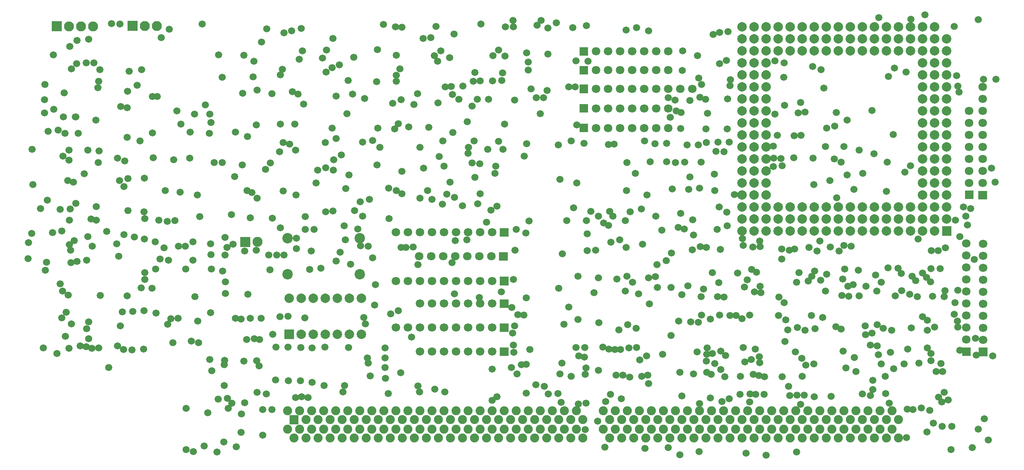
<source format=gbr>
%FSLAX34Y34*%
%MOMM*%
%LNSOLDERMASK_BOTTOM*%
G71*
G01*
%ADD10C, 2.120*%
%ADD11C, 1.800*%
%ADD12C, 2.200*%
%ADD13C, 2.000*%
%ADD14C, 1.900*%
%ADD15C, 1.500*%
%LPD*%
G36*
X-1056612Y71725D02*
X-1035412Y71725D01*
X-1035412Y50525D01*
X-1056612Y50525D01*
X-1056612Y71725D01*
G37*
X-1020612Y61125D02*
G54D10*
D03*
X-995212Y61125D02*
G54D10*
D03*
X-969812Y61125D02*
G54D10*
D03*
G36*
X-896425Y72638D02*
X-875225Y72638D01*
X-875225Y51438D01*
X-896425Y51438D01*
X-896425Y72638D01*
G37*
X-860425Y62038D02*
G54D10*
D03*
X-835025Y62038D02*
G54D10*
D03*
G36*
X57675Y17062D02*
X75675Y17062D01*
X75675Y-938D01*
X57675Y-938D01*
X57675Y17062D01*
G37*
X92075Y8062D02*
G54D11*
D03*
X117475Y8062D02*
G54D11*
D03*
X142875Y8062D02*
G54D11*
D03*
X168275Y8062D02*
G54D11*
D03*
X193675Y8062D02*
G54D11*
D03*
X219075Y8062D02*
G54D11*
D03*
X244475Y8062D02*
G54D11*
D03*
G36*
X57675Y-22625D02*
X75675Y-22625D01*
X75675Y-40625D01*
X57675Y-40625D01*
X57675Y-22625D01*
G37*
X92075Y-31625D02*
G54D11*
D03*
X117475Y-31625D02*
G54D11*
D03*
X142875Y-31625D02*
G54D11*
D03*
X168275Y-31625D02*
G54D11*
D03*
X193675Y-31625D02*
G54D11*
D03*
X219075Y-31625D02*
G54D11*
D03*
X244475Y-31625D02*
G54D11*
D03*
G36*
X57675Y-62312D02*
X75675Y-62312D01*
X75675Y-80312D01*
X57675Y-80312D01*
X57675Y-62312D01*
G37*
X92075Y-71312D02*
G54D11*
D03*
X117475Y-71312D02*
G54D11*
D03*
X142875Y-71312D02*
G54D11*
D03*
X168275Y-71312D02*
G54D11*
D03*
X193675Y-71312D02*
G54D11*
D03*
X219075Y-71312D02*
G54D11*
D03*
X244475Y-71312D02*
G54D11*
D03*
X269875Y-71312D02*
G54D11*
D03*
X295275Y-71312D02*
G54D11*
D03*
G36*
X57675Y-103588D02*
X75675Y-103588D01*
X75675Y-121588D01*
X57675Y-121588D01*
X57675Y-103588D01*
G37*
X92075Y-112588D02*
G54D11*
D03*
X117475Y-112588D02*
G54D11*
D03*
X142875Y-112588D02*
G54D11*
D03*
X168275Y-112588D02*
G54D11*
D03*
X193675Y-112588D02*
G54D11*
D03*
X219075Y-112588D02*
G54D11*
D03*
X244475Y-112588D02*
G54D11*
D03*
G36*
X57675Y-144862D02*
X75675Y-144862D01*
X75675Y-162862D01*
X57675Y-162862D01*
X57675Y-144862D01*
G37*
X92075Y-153862D02*
G54D11*
D03*
X117475Y-153862D02*
G54D11*
D03*
X142875Y-153862D02*
G54D11*
D03*
X168275Y-153862D02*
G54D11*
D03*
X193675Y-153862D02*
G54D11*
D03*
X219075Y-153862D02*
G54D11*
D03*
X244475Y-153862D02*
G54D11*
D03*
G36*
X-92600Y-383525D02*
X-110600Y-383525D01*
X-110600Y-365525D01*
X-92600Y-365525D01*
X-92600Y-383525D01*
G37*
X-127000Y-374525D02*
G54D11*
D03*
X-152400Y-374525D02*
G54D11*
D03*
X-177800Y-374525D02*
G54D11*
D03*
X-203200Y-374525D02*
G54D11*
D03*
X-228600Y-374525D02*
G54D11*
D03*
X-254000Y-374525D02*
G54D11*
D03*
X-279400Y-374525D02*
G54D11*
D03*
X-304800Y-374525D02*
G54D11*
D03*
X-330200Y-374525D02*
G54D11*
D03*
G36*
X-92600Y-486712D02*
X-110600Y-486712D01*
X-110600Y-468712D01*
X-92600Y-468712D01*
X-92600Y-486712D01*
G37*
X-127000Y-477712D02*
G54D11*
D03*
X-152400Y-477712D02*
G54D11*
D03*
X-177800Y-477712D02*
G54D11*
D03*
X-203200Y-477712D02*
G54D11*
D03*
X-228600Y-477712D02*
G54D11*
D03*
X-254000Y-477712D02*
G54D11*
D03*
X-279400Y-477712D02*
G54D11*
D03*
X-304800Y-477712D02*
G54D11*
D03*
X-330200Y-477712D02*
G54D11*
D03*
G36*
X-92600Y-585138D02*
X-110600Y-585138D01*
X-110600Y-567138D01*
X-92600Y-567138D01*
X-92600Y-585138D01*
G37*
X-127000Y-576138D02*
G54D11*
D03*
X-152400Y-576138D02*
G54D11*
D03*
X-177800Y-576138D02*
G54D11*
D03*
X-203200Y-576138D02*
G54D11*
D03*
X-228600Y-576138D02*
G54D11*
D03*
X-254000Y-576138D02*
G54D11*
D03*
X-279400Y-576138D02*
G54D11*
D03*
X-304800Y-576138D02*
G54D11*
D03*
X-330200Y-576138D02*
G54D11*
D03*
G36*
X-94188Y-434325D02*
X-112188Y-434325D01*
X-112188Y-416325D01*
X-94188Y-416325D01*
X-94188Y-434325D01*
G37*
X-128588Y-425325D02*
G54D11*
D03*
X-153988Y-425325D02*
G54D11*
D03*
X-179388Y-425325D02*
G54D11*
D03*
X-204788Y-425325D02*
G54D11*
D03*
X-230188Y-425325D02*
G54D11*
D03*
X-255588Y-425325D02*
G54D11*
D03*
X-280988Y-425325D02*
G54D11*
D03*
G36*
X-92600Y-534338D02*
X-110600Y-534338D01*
X-110600Y-516338D01*
X-92600Y-516338D01*
X-92600Y-534338D01*
G37*
X-127000Y-525338D02*
G54D11*
D03*
X-152400Y-525338D02*
G54D11*
D03*
X-177800Y-525338D02*
G54D11*
D03*
X-203200Y-525338D02*
G54D11*
D03*
X-228600Y-525338D02*
G54D11*
D03*
X-254000Y-525338D02*
G54D11*
D03*
X-279400Y-525338D02*
G54D11*
D03*
G36*
X-92600Y-635938D02*
X-110600Y-635938D01*
X-110600Y-617938D01*
X-92600Y-617938D01*
X-92600Y-635938D01*
G37*
X-127000Y-626938D02*
G54D11*
D03*
X-152400Y-626938D02*
G54D11*
D03*
X-177800Y-626938D02*
G54D11*
D03*
X-203200Y-626938D02*
G54D11*
D03*
X-228600Y-626938D02*
G54D11*
D03*
X-254000Y-626938D02*
G54D11*
D03*
X-279400Y-626938D02*
G54D11*
D03*
X-406400Y-463425D02*
G54D12*
D03*
X-558800Y-463425D02*
G54D12*
D03*
X-558800Y-387225D02*
G54D12*
D03*
X-406400Y-387225D02*
G54D12*
D03*
G36*
X-565625Y-580425D02*
X-545625Y-580425D01*
X-545625Y-600425D01*
X-565625Y-600425D01*
X-565625Y-580425D01*
G37*
X-530225Y-590425D02*
G54D13*
D03*
X-504825Y-590425D02*
G54D13*
D03*
X-479425Y-590425D02*
G54D13*
D03*
X-454025Y-590425D02*
G54D13*
D03*
X-428625Y-590425D02*
G54D13*
D03*
X-403225Y-590425D02*
G54D13*
D03*
X-403225Y-514225D02*
G54D13*
D03*
X-428625Y-514225D02*
G54D13*
D03*
X-454025Y-514225D02*
G54D13*
D03*
X-479425Y-514225D02*
G54D13*
D03*
X-504825Y-514225D02*
G54D13*
D03*
X-530225Y-514225D02*
G54D13*
D03*
X-555625Y-514225D02*
G54D13*
D03*
G36*
X864919Y-636063D02*
X864919Y-618063D01*
X882919Y-618063D01*
X882919Y-636063D01*
X864919Y-636063D01*
G37*
X873919Y-601663D02*
G54D11*
D03*
X873919Y-576263D02*
G54D11*
D03*
X873919Y-550863D02*
G54D11*
D03*
X873919Y-525463D02*
G54D11*
D03*
X873919Y-500063D02*
G54D11*
D03*
X873919Y-474663D02*
G54D11*
D03*
X873919Y-449263D02*
G54D11*
D03*
X873919Y-423863D02*
G54D11*
D03*
X873919Y-398463D02*
G54D11*
D03*
G36*
X900241Y-636460D02*
X900241Y-618460D01*
X918241Y-618460D01*
X918241Y-636460D01*
X900241Y-636460D01*
G37*
X909241Y-602060D02*
G54D11*
D03*
X909241Y-576660D02*
G54D11*
D03*
X909241Y-551260D02*
G54D11*
D03*
X909241Y-525860D02*
G54D11*
D03*
X909241Y-500460D02*
G54D11*
D03*
X909241Y-475060D02*
G54D11*
D03*
X909241Y-449660D02*
G54D11*
D03*
X909241Y-424260D02*
G54D11*
D03*
X909241Y-398860D02*
G54D11*
D03*
G36*
X899447Y-305069D02*
X899447Y-287069D01*
X917447Y-287069D01*
X917447Y-305069D01*
X899447Y-305069D01*
G37*
X908447Y-270669D02*
G54D11*
D03*
X908447Y-245269D02*
G54D11*
D03*
X908447Y-219869D02*
G54D11*
D03*
X908447Y-194469D02*
G54D11*
D03*
X908447Y-169069D02*
G54D11*
D03*
X908447Y-143669D02*
G54D11*
D03*
X908447Y-118269D02*
G54D11*
D03*
X908447Y-92869D02*
G54D11*
D03*
X908447Y-67469D02*
G54D11*
D03*
G36*
X870872Y-304276D02*
X870872Y-286276D01*
X888872Y-286276D01*
X888872Y-304276D01*
X870872Y-304276D01*
G37*
X879872Y-269876D02*
G54D11*
D03*
X879872Y-244476D02*
G54D11*
D03*
X879872Y-219076D02*
G54D11*
D03*
X879872Y-193676D02*
G54D11*
D03*
X879872Y-168276D02*
G54D11*
D03*
X879872Y-142876D02*
G54D11*
D03*
X879872Y-117476D02*
G54D11*
D03*
G36*
X-658300Y-384291D02*
X-637100Y-384291D01*
X-637100Y-405491D01*
X-658300Y-405491D01*
X-658300Y-384291D01*
G37*
X-622300Y-394891D02*
G54D10*
D03*
X400844Y59928D02*
G54D13*
D03*
X426244Y59928D02*
G54D13*
D03*
X451644Y59928D02*
G54D13*
D03*
X477044Y59928D02*
G54D13*
D03*
X502444Y59928D02*
G54D13*
D03*
X527844Y59928D02*
G54D13*
D03*
X553244Y59928D02*
G54D13*
D03*
X578644Y59928D02*
G54D13*
D03*
X604044Y59928D02*
G54D13*
D03*
X629444Y59928D02*
G54D13*
D03*
X654844Y59928D02*
G54D13*
D03*
X680244Y59928D02*
G54D13*
D03*
X705644Y59928D02*
G54D13*
D03*
X731044Y59928D02*
G54D13*
D03*
X756444Y59928D02*
G54D13*
D03*
X781845Y59928D02*
G54D13*
D03*
X807245Y59928D02*
G54D13*
D03*
X400844Y34528D02*
G54D13*
D03*
X426244Y34528D02*
G54D13*
D03*
X451644Y34528D02*
G54D13*
D03*
X477044Y34528D02*
G54D13*
D03*
X502444Y34528D02*
G54D13*
D03*
X527844Y34528D02*
G54D13*
D03*
X553244Y34528D02*
G54D13*
D03*
X578644Y34528D02*
G54D13*
D03*
X604044Y34528D02*
G54D13*
D03*
X629444Y34528D02*
G54D13*
D03*
X654844Y34528D02*
G54D13*
D03*
X680244Y34528D02*
G54D13*
D03*
X705644Y34528D02*
G54D13*
D03*
X731044Y34528D02*
G54D13*
D03*
X756444Y34528D02*
G54D13*
D03*
X781845Y34528D02*
G54D13*
D03*
X807245Y34528D02*
G54D13*
D03*
X832645Y34528D02*
G54D13*
D03*
X400844Y9128D02*
G54D13*
D03*
X426244Y9128D02*
G54D13*
D03*
X451644Y9128D02*
G54D13*
D03*
X477044Y9128D02*
G54D13*
D03*
X502444Y9128D02*
G54D13*
D03*
X527844Y9128D02*
G54D13*
D03*
X553244Y9128D02*
G54D13*
D03*
X578644Y9128D02*
G54D13*
D03*
X604044Y9128D02*
G54D13*
D03*
X629444Y9128D02*
G54D13*
D03*
X654844Y9128D02*
G54D13*
D03*
X680244Y9128D02*
G54D13*
D03*
X705644Y9128D02*
G54D13*
D03*
X731044Y9128D02*
G54D13*
D03*
X756444Y9128D02*
G54D13*
D03*
X781845Y9128D02*
G54D13*
D03*
X807245Y9128D02*
G54D13*
D03*
X832645Y9128D02*
G54D13*
D03*
X400844Y-16272D02*
G54D13*
D03*
X426244Y-16272D02*
G54D13*
D03*
X451644Y-16272D02*
G54D13*
D03*
X781845Y-16272D02*
G54D13*
D03*
X807245Y-16272D02*
G54D13*
D03*
X832645Y-16272D02*
G54D13*
D03*
X400844Y-41672D02*
G54D13*
D03*
X426244Y-41672D02*
G54D13*
D03*
X451644Y-41672D02*
G54D13*
D03*
X781845Y-41672D02*
G54D13*
D03*
X807245Y-41672D02*
G54D13*
D03*
X832645Y-41672D02*
G54D13*
D03*
X400844Y-67072D02*
G54D13*
D03*
X426244Y-67072D02*
G54D13*
D03*
X451644Y-67072D02*
G54D13*
D03*
X781845Y-67072D02*
G54D13*
D03*
X807245Y-67072D02*
G54D13*
D03*
X832645Y-67072D02*
G54D13*
D03*
X400844Y-92472D02*
G54D13*
D03*
X426244Y-92472D02*
G54D13*
D03*
X451644Y-92472D02*
G54D13*
D03*
X781845Y-92472D02*
G54D13*
D03*
X807245Y-92472D02*
G54D13*
D03*
X832645Y-92472D02*
G54D13*
D03*
X400844Y-117872D02*
G54D13*
D03*
X426244Y-117872D02*
G54D13*
D03*
X451644Y-117872D02*
G54D13*
D03*
X781845Y-117872D02*
G54D13*
D03*
X807245Y-117872D02*
G54D13*
D03*
X832645Y-117872D02*
G54D13*
D03*
X400844Y-143272D02*
G54D13*
D03*
X426244Y-143272D02*
G54D13*
D03*
X451644Y-143272D02*
G54D13*
D03*
X781845Y-143272D02*
G54D13*
D03*
X807245Y-143272D02*
G54D13*
D03*
X832645Y-143272D02*
G54D13*
D03*
X400844Y-168672D02*
G54D13*
D03*
X426244Y-168672D02*
G54D13*
D03*
X451644Y-168672D02*
G54D13*
D03*
X781845Y-168672D02*
G54D13*
D03*
X807245Y-168672D02*
G54D13*
D03*
X832645Y-168672D02*
G54D13*
D03*
X400844Y-194072D02*
G54D13*
D03*
X426244Y-194072D02*
G54D13*
D03*
X451644Y-194072D02*
G54D13*
D03*
X781845Y-194072D02*
G54D13*
D03*
X807245Y-194072D02*
G54D13*
D03*
X832645Y-194072D02*
G54D13*
D03*
X400844Y-219472D02*
G54D13*
D03*
X426244Y-219472D02*
G54D13*
D03*
X451644Y-219472D02*
G54D13*
D03*
X781845Y-219472D02*
G54D13*
D03*
X807245Y-219472D02*
G54D13*
D03*
X832645Y-219472D02*
G54D13*
D03*
X400844Y-244872D02*
G54D13*
D03*
X426244Y-244872D02*
G54D13*
D03*
X451644Y-244872D02*
G54D13*
D03*
X781845Y-244872D02*
G54D13*
D03*
X807245Y-244872D02*
G54D13*
D03*
X832645Y-244872D02*
G54D13*
D03*
X400844Y-270272D02*
G54D13*
D03*
X426244Y-270272D02*
G54D13*
D03*
X451644Y-270272D02*
G54D13*
D03*
X781845Y-270272D02*
G54D13*
D03*
X807245Y-270272D02*
G54D13*
D03*
X832645Y-270272D02*
G54D13*
D03*
X400844Y-295672D02*
G54D13*
D03*
X426244Y-295672D02*
G54D13*
D03*
X451644Y-295672D02*
G54D13*
D03*
X781845Y-295672D02*
G54D13*
D03*
X807245Y-295672D02*
G54D13*
D03*
X832645Y-295672D02*
G54D13*
D03*
X400844Y-321072D02*
G54D13*
D03*
X426244Y-321072D02*
G54D13*
D03*
X451644Y-321072D02*
G54D13*
D03*
X477044Y-321072D02*
G54D13*
D03*
X502444Y-321072D02*
G54D13*
D03*
X527844Y-321072D02*
G54D13*
D03*
X553244Y-321072D02*
G54D13*
D03*
X578644Y-321072D02*
G54D13*
D03*
X604044Y-321072D02*
G54D13*
D03*
X629444Y-321072D02*
G54D13*
D03*
X654844Y-321072D02*
G54D13*
D03*
X680244Y-321072D02*
G54D13*
D03*
X705644Y-321072D02*
G54D13*
D03*
X731044Y-321072D02*
G54D13*
D03*
X756444Y-321072D02*
G54D13*
D03*
X781845Y-321072D02*
G54D13*
D03*
X807245Y-321072D02*
G54D13*
D03*
X832645Y-321072D02*
G54D13*
D03*
X400844Y-346472D02*
G54D13*
D03*
X426244Y-346472D02*
G54D13*
D03*
X451644Y-346472D02*
G54D13*
D03*
X477044Y-346472D02*
G54D13*
D03*
X502444Y-346472D02*
G54D13*
D03*
X527844Y-346472D02*
G54D13*
D03*
X553244Y-346472D02*
G54D13*
D03*
X578644Y-346472D02*
G54D13*
D03*
X604044Y-346472D02*
G54D13*
D03*
X629444Y-346472D02*
G54D13*
D03*
X654844Y-346472D02*
G54D13*
D03*
X680244Y-346472D02*
G54D13*
D03*
X705644Y-346472D02*
G54D13*
D03*
X731044Y-346472D02*
G54D13*
D03*
X756444Y-346472D02*
G54D13*
D03*
X781845Y-346472D02*
G54D13*
D03*
X807245Y-346472D02*
G54D13*
D03*
X832645Y-346472D02*
G54D13*
D03*
X400844Y-371872D02*
G54D13*
D03*
X426244Y-371872D02*
G54D13*
D03*
X451644Y-371872D02*
G54D13*
D03*
X477044Y-371872D02*
G54D13*
D03*
X502444Y-371872D02*
G54D13*
D03*
X527844Y-371872D02*
G54D13*
D03*
X553244Y-371872D02*
G54D13*
D03*
X578644Y-371872D02*
G54D13*
D03*
X604044Y-371872D02*
G54D13*
D03*
X629444Y-371872D02*
G54D13*
D03*
X654844Y-371872D02*
G54D13*
D03*
X680244Y-371872D02*
G54D13*
D03*
X705644Y-371872D02*
G54D13*
D03*
X731044Y-371872D02*
G54D13*
D03*
X756444Y-371872D02*
G54D13*
D03*
X781845Y-371872D02*
G54D13*
D03*
X807245Y-371872D02*
G54D13*
D03*
G36*
X822645Y-361872D02*
X842645Y-361872D01*
X842645Y-381872D01*
X822645Y-381872D01*
X822645Y-361872D01*
G37*
X-558800Y-752079D02*
G54D14*
D03*
X-533400Y-752079D02*
G54D14*
D03*
X-508000Y-752079D02*
G54D14*
D03*
X-482600Y-752079D02*
G54D14*
D03*
X-457200Y-752079D02*
G54D14*
D03*
X-431800Y-752079D02*
G54D14*
D03*
X-406400Y-752079D02*
G54D14*
D03*
X-381000Y-752079D02*
G54D14*
D03*
X-355600Y-752079D02*
G54D14*
D03*
X-330200Y-752079D02*
G54D14*
D03*
X-304800Y-752079D02*
G54D14*
D03*
X-279400Y-752079D02*
G54D14*
D03*
X-254000Y-752079D02*
G54D14*
D03*
X-228600Y-752079D02*
G54D14*
D03*
X-203200Y-752079D02*
G54D14*
D03*
X-177800Y-752079D02*
G54D14*
D03*
X-152400Y-752079D02*
G54D14*
D03*
X-127000Y-752079D02*
G54D14*
D03*
X-101600Y-752079D02*
G54D14*
D03*
X-76200Y-752079D02*
G54D14*
D03*
X-50800Y-752079D02*
G54D14*
D03*
X-25400Y-752079D02*
G54D14*
D03*
X0Y-752079D02*
G54D14*
D03*
X25400Y-752079D02*
G54D14*
D03*
X50800Y-752079D02*
G54D14*
D03*
X-558800Y-790579D02*
G54D14*
D03*
X-533400Y-790579D02*
G54D14*
D03*
X-508000Y-790579D02*
G54D14*
D03*
X-482600Y-790579D02*
G54D14*
D03*
X-457200Y-790579D02*
G54D14*
D03*
X-431800Y-790579D02*
G54D14*
D03*
X-406400Y-790579D02*
G54D14*
D03*
X-381000Y-790579D02*
G54D14*
D03*
X-355600Y-790579D02*
G54D14*
D03*
X-330200Y-790579D02*
G54D14*
D03*
X-304800Y-790579D02*
G54D14*
D03*
X-279400Y-790579D02*
G54D14*
D03*
X-254000Y-790579D02*
G54D14*
D03*
X-228600Y-790579D02*
G54D14*
D03*
X-203200Y-790579D02*
G54D14*
D03*
X-177800Y-790579D02*
G54D14*
D03*
X-152400Y-790579D02*
G54D14*
D03*
X-127000Y-790579D02*
G54D14*
D03*
X-101600Y-790579D02*
G54D14*
D03*
X-76200Y-790579D02*
G54D14*
D03*
X-50800Y-790579D02*
G54D14*
D03*
X-25400Y-790579D02*
G54D14*
D03*
X0Y-790579D02*
G54D14*
D03*
X25400Y-790579D02*
G54D14*
D03*
X50800Y-790579D02*
G54D14*
D03*
G36*
X-554730Y-761436D02*
X-535730Y-761436D01*
X-535730Y-780436D01*
X-554730Y-780436D01*
X-554730Y-761436D01*
G37*
X-519830Y-770936D02*
G54D14*
D03*
X-494430Y-770936D02*
G54D14*
D03*
X-469030Y-770936D02*
G54D14*
D03*
X-443630Y-770936D02*
G54D14*
D03*
X-418230Y-770936D02*
G54D14*
D03*
X-392830Y-770936D02*
G54D14*
D03*
X-367430Y-770936D02*
G54D14*
D03*
X-342030Y-770936D02*
G54D14*
D03*
X-316630Y-770936D02*
G54D14*
D03*
X-291230Y-770936D02*
G54D14*
D03*
X-265830Y-770936D02*
G54D14*
D03*
X-240430Y-770936D02*
G54D14*
D03*
X-215030Y-770936D02*
G54D14*
D03*
X-189630Y-770936D02*
G54D14*
D03*
X-164230Y-770936D02*
G54D14*
D03*
X-138830Y-770936D02*
G54D14*
D03*
X-113430Y-770936D02*
G54D14*
D03*
X-88030Y-770936D02*
G54D14*
D03*
X-62631Y-770936D02*
G54D14*
D03*
X-37230Y-770936D02*
G54D14*
D03*
X-11830Y-770936D02*
G54D14*
D03*
X13570Y-770936D02*
G54D14*
D03*
X38970Y-770936D02*
G54D14*
D03*
X64370Y-770936D02*
G54D14*
D03*
X-545230Y-809436D02*
G54D14*
D03*
X-519830Y-809436D02*
G54D14*
D03*
X-494430Y-809436D02*
G54D14*
D03*
X-469030Y-809436D02*
G54D14*
D03*
X-443630Y-809436D02*
G54D14*
D03*
X-418230Y-809436D02*
G54D14*
D03*
X-392830Y-809436D02*
G54D14*
D03*
X-367430Y-809436D02*
G54D14*
D03*
X-342030Y-809436D02*
G54D14*
D03*
X-316630Y-809436D02*
G54D14*
D03*
X-291230Y-809436D02*
G54D14*
D03*
X-265830Y-809436D02*
G54D14*
D03*
X-240430Y-809436D02*
G54D14*
D03*
X-215030Y-809436D02*
G54D14*
D03*
X-189630Y-809436D02*
G54D14*
D03*
X-164230Y-809436D02*
G54D14*
D03*
X-138830Y-809436D02*
G54D14*
D03*
X-113430Y-809436D02*
G54D14*
D03*
X-88030Y-809436D02*
G54D14*
D03*
X-62631Y-809436D02*
G54D14*
D03*
X-37230Y-809436D02*
G54D14*
D03*
X-11830Y-809436D02*
G54D14*
D03*
X13570Y-809436D02*
G54D14*
D03*
X38970Y-809436D02*
G54D14*
D03*
X64370Y-809436D02*
G54D14*
D03*
X107950Y-752079D02*
G54D14*
D03*
X133350Y-752079D02*
G54D14*
D03*
X158750Y-752079D02*
G54D14*
D03*
X184150Y-752079D02*
G54D14*
D03*
X209550Y-752079D02*
G54D14*
D03*
X234950Y-752079D02*
G54D14*
D03*
X260350Y-752079D02*
G54D14*
D03*
X285750Y-752079D02*
G54D14*
D03*
X311150Y-752079D02*
G54D14*
D03*
X336550Y-752079D02*
G54D14*
D03*
X361950Y-752079D02*
G54D14*
D03*
X387350Y-752079D02*
G54D14*
D03*
X412750Y-752079D02*
G54D14*
D03*
X438150Y-752079D02*
G54D14*
D03*
X463550Y-752079D02*
G54D14*
D03*
X488950Y-752079D02*
G54D14*
D03*
X514350Y-752079D02*
G54D14*
D03*
X539750Y-752079D02*
G54D14*
D03*
X565150Y-752079D02*
G54D14*
D03*
X590550Y-752079D02*
G54D14*
D03*
X615950Y-752079D02*
G54D14*
D03*
X641350Y-752079D02*
G54D14*
D03*
X666750Y-752079D02*
G54D14*
D03*
X692150Y-752079D02*
G54D14*
D03*
X717550Y-752079D02*
G54D14*
D03*
X107950Y-790579D02*
G54D14*
D03*
X133350Y-790579D02*
G54D14*
D03*
X158750Y-790579D02*
G54D14*
D03*
X184150Y-790579D02*
G54D14*
D03*
X209550Y-790579D02*
G54D14*
D03*
X234950Y-790579D02*
G54D14*
D03*
X260350Y-790579D02*
G54D14*
D03*
X285750Y-790579D02*
G54D14*
D03*
X311150Y-790579D02*
G54D14*
D03*
X336550Y-790579D02*
G54D14*
D03*
X361950Y-790579D02*
G54D14*
D03*
X387350Y-790579D02*
G54D14*
D03*
X412750Y-790579D02*
G54D14*
D03*
X438150Y-790579D02*
G54D14*
D03*
X463550Y-790579D02*
G54D14*
D03*
X488950Y-790579D02*
G54D14*
D03*
X514350Y-790579D02*
G54D14*
D03*
X539750Y-790579D02*
G54D14*
D03*
X565150Y-790579D02*
G54D14*
D03*
X590550Y-790579D02*
G54D14*
D03*
X615950Y-790579D02*
G54D14*
D03*
X641350Y-790579D02*
G54D14*
D03*
X666750Y-790579D02*
G54D14*
D03*
X692150Y-790579D02*
G54D14*
D03*
X717550Y-790579D02*
G54D14*
D03*
X121520Y-770936D02*
G54D14*
D03*
X146920Y-770936D02*
G54D14*
D03*
X172320Y-770936D02*
G54D14*
D03*
X197720Y-770936D02*
G54D14*
D03*
X223120Y-770936D02*
G54D14*
D03*
X248520Y-770936D02*
G54D14*
D03*
X273920Y-770936D02*
G54D14*
D03*
X299320Y-770936D02*
G54D14*
D03*
X324720Y-770936D02*
G54D14*
D03*
X350120Y-770936D02*
G54D14*
D03*
X375520Y-770936D02*
G54D14*
D03*
X400920Y-770936D02*
G54D14*
D03*
X426320Y-770936D02*
G54D14*
D03*
X451720Y-770936D02*
G54D14*
D03*
X477120Y-770936D02*
G54D14*
D03*
X502520Y-770936D02*
G54D14*
D03*
X527919Y-770936D02*
G54D14*
D03*
X553319Y-770936D02*
G54D14*
D03*
X578719Y-770936D02*
G54D14*
D03*
X604119Y-770936D02*
G54D14*
D03*
X629519Y-770936D02*
G54D14*
D03*
X654919Y-770936D02*
G54D14*
D03*
X680319Y-770936D02*
G54D14*
D03*
X705719Y-770936D02*
G54D14*
D03*
X731120Y-770936D02*
G54D14*
D03*
X121520Y-809436D02*
G54D14*
D03*
X146920Y-809436D02*
G54D14*
D03*
X172320Y-809436D02*
G54D14*
D03*
X197720Y-809436D02*
G54D14*
D03*
X223120Y-809436D02*
G54D14*
D03*
X248520Y-809436D02*
G54D14*
D03*
X273920Y-809436D02*
G54D14*
D03*
X299320Y-809436D02*
G54D14*
D03*
X324720Y-809436D02*
G54D14*
D03*
X350120Y-809436D02*
G54D14*
D03*
X375520Y-809436D02*
G54D14*
D03*
X400920Y-809436D02*
G54D14*
D03*
X426320Y-809436D02*
G54D14*
D03*
X451720Y-809436D02*
G54D14*
D03*
X477120Y-809436D02*
G54D14*
D03*
X502520Y-809436D02*
G54D14*
D03*
X527919Y-809436D02*
G54D14*
D03*
X553319Y-809436D02*
G54D14*
D03*
X578719Y-809436D02*
G54D14*
D03*
X604119Y-809436D02*
G54D14*
D03*
X629519Y-809436D02*
G54D14*
D03*
X654919Y-809436D02*
G54D14*
D03*
X680319Y-809436D02*
G54D14*
D03*
X705719Y-809436D02*
G54D14*
D03*
X731120Y-809436D02*
G54D14*
D03*
X-32147Y63500D02*
G54D15*
D03*
X-79772Y-94854D02*
G54D15*
D03*
X-792559Y-117476D02*
G54D15*
D03*
X354806Y-411162D02*
G54D15*
D03*
X-844550Y-493316D02*
G54D15*
D03*
X371078Y49609D02*
G54D15*
D03*
X-99219Y59531D02*
G54D15*
D03*
X-256778Y37306D02*
G54D15*
D03*
X-1004094Y-17859D02*
G54D15*
D03*
X8731Y68262D02*
G54D15*
D03*
X-33734Y-89694D02*
G54D15*
D03*
X-722709Y-124619D02*
G54D15*
D03*
X155972Y53578D02*
G54D15*
D03*
X-49212Y-350441D02*
G54D15*
D03*
X-138906Y-353616D02*
G54D15*
D03*
X-23416Y73422D02*
G54D15*
D03*
X-50800Y-14684D02*
G54D15*
D03*
X-967581Y-16669D02*
G54D15*
D03*
X-9128Y57547D02*
G54D15*
D03*
X-82947Y73422D02*
G54D15*
D03*
X-245269Y61119D02*
G54D15*
D03*
X-955278Y-30956D02*
G54D15*
D03*
X689372Y79375D02*
G54D15*
D03*
X-930275Y67072D02*
G54D15*
D03*
X-912812Y65484D02*
G54D15*
D03*
X-1071166Y-61912D02*
G54D15*
D03*
X339725Y43656D02*
G54D15*
D03*
X-808434Y54769D02*
G54D15*
D03*
X786209Y85725D02*
G54D15*
D03*
X510381Y-170656D02*
G54D15*
D03*
X475059Y-169862D02*
G54D15*
D03*
X313928Y-226616D02*
G54D15*
D03*
X279400Y-226616D02*
G54D15*
D03*
X252809Y-282575D02*
G54D15*
D03*
X-116681Y-319088D02*
G54D15*
D03*
X-748903Y-295275D02*
G54D15*
D03*
X549275Y-23812D02*
G54D15*
D03*
X489744Y-15875D02*
G54D15*
D03*
X-53975Y5159D02*
G54D15*
D03*
X-99616Y-1588D02*
G54D15*
D03*
X-210741Y-83344D02*
G54D15*
D03*
X-1015206Y-29369D02*
G54D15*
D03*
X756841Y75803D02*
G54D15*
D03*
X-45244Y-71438D02*
G54D15*
D03*
X-329009Y-55166D02*
G54D15*
D03*
X-574278Y-41672D02*
G54D15*
D03*
X-1071959Y-94059D02*
G54D15*
D03*
X-1071959Y-122238D02*
G54D15*
D03*
X-1042988Y-158750D02*
G54D15*
D03*
X-870347Y-180975D02*
G54D15*
D03*
X-574278Y-146050D02*
G54D15*
D03*
X-860425Y-345281D02*
G54D15*
D03*
X-830262Y-349250D02*
G54D15*
D03*
X352822Y48419D02*
G54D15*
D03*
X-81756Y59928D02*
G54D15*
D03*
X910431Y-51197D02*
G54D15*
D03*
X936626Y-51196D02*
G54D15*
D03*
X636984Y-284162D02*
G54D15*
D03*
X310356Y-280988D02*
G54D15*
D03*
X469900Y-12303D02*
G54D15*
D03*
X567531Y-30956D02*
G54D15*
D03*
X402828Y-402034D02*
G54D15*
D03*
X-785812Y-289322D02*
G54D15*
D03*
X-10716Y-74612D02*
G54D15*
D03*
X-167084Y-55166D02*
G54D15*
D03*
X-321866Y-28575D02*
G54D15*
D03*
X-317500Y59134D02*
G54D15*
D03*
X-530225Y56753D02*
G54D15*
D03*
X-1030684Y-80169D02*
G54D15*
D03*
X-613966Y28178D02*
G54D15*
D03*
X-624681Y-412353D02*
G54D15*
D03*
X-566738Y-422672D02*
G54D15*
D03*
X-150812Y65484D02*
G54D15*
D03*
X-356791Y65088D02*
G54D15*
D03*
X-1002903Y31353D02*
G54D15*
D03*
X-739378Y66278D02*
G54D15*
D03*
X-550069Y51197D02*
G54D15*
D03*
X-764778Y-162719D02*
G54D15*
D03*
X-723900Y-165100D02*
G54D15*
D03*
X-721122Y-544909D02*
G54D15*
D03*
X-721122Y-398859D02*
G54D15*
D03*
X-686991Y-406797D02*
G54D15*
D03*
X-982662Y-578247D02*
G54D15*
D03*
X935038Y-268288D02*
G54D15*
D03*
X886222Y-829866D02*
G54D15*
D03*
X853678Y-43656D02*
G54D15*
D03*
X855662Y-65484D02*
G54D15*
D03*
X744141Y-247253D02*
G54D15*
D03*
X290116Y-257969D02*
G54D15*
D03*
X287734Y-283766D02*
G54D15*
D03*
X-157559Y-313928D02*
G54D15*
D03*
X370284Y-92869D02*
G54D15*
D03*
X323056Y-93266D02*
G54D15*
D03*
X315119Y-61913D02*
G54D15*
D03*
X34925Y-66676D02*
G54D15*
D03*
X-449262Y-20241D02*
G54D15*
D03*
X-126206Y-53976D02*
G54D15*
D03*
X-554434Y-188119D02*
G54D15*
D03*
X-1029097Y-165100D02*
G54D15*
D03*
X352822Y-18257D02*
G54D15*
D03*
X-418703Y-4366D02*
G54D15*
D03*
X-163116Y-36910D02*
G54D15*
D03*
X-542131Y-201216D02*
G54D15*
D03*
X-1019969Y-200819D02*
G54D15*
D03*
X244475Y-89694D02*
G54D15*
D03*
X-1064419Y-160735D02*
G54D15*
D03*
X-624681Y-147241D02*
G54D15*
D03*
X311547Y-88900D02*
G54D15*
D03*
X573088Y-69850D02*
G54D15*
D03*
X551656Y-273447D02*
G54D15*
D03*
X218678Y-340122D02*
G54D15*
D03*
X260350Y-227013D02*
G54D15*
D03*
X-169069Y-228203D02*
G54D15*
D03*
X-238919Y-214709D02*
G54D15*
D03*
X157559Y-227012D02*
G54D15*
D03*
X206772Y-225028D02*
G54D15*
D03*
X203200Y-694531D02*
G54D15*
D03*
X205184Y-526256D02*
G54D15*
D03*
X427038Y-500856D02*
G54D15*
D03*
X429419Y-717153D02*
G54D15*
D03*
X823119Y-784622D02*
G54D15*
D03*
X815181Y-723503D02*
G54D15*
D03*
X641350Y-669131D02*
G54D15*
D03*
X810022Y-669131D02*
G54D15*
D03*
X-668734Y-556816D02*
G54D15*
D03*
X-983853Y-616744D02*
G54D15*
D03*
X-297259Y-596503D02*
G54D15*
D03*
X-279003Y-302816D02*
G54D15*
D03*
X-223044Y-294084D02*
G54D15*
D03*
X290512Y-95647D02*
G54D15*
D03*
X-1023144Y-265112D02*
G54D15*
D03*
X-605631Y-241300D02*
G54D15*
D03*
X-260350Y-152797D02*
G54D15*
D03*
X-511969Y-452834D02*
G54D15*
D03*
X-508794Y-414338D02*
G54D15*
D03*
X-447675Y-416322D02*
G54D15*
D03*
X-445294Y-211138D02*
G54D15*
D03*
X-456406Y-176609D02*
G54D15*
D03*
X-456406Y-86519D02*
G54D15*
D03*
X-1020366Y-222250D02*
G54D15*
D03*
X-210219Y-163388D02*
G54D15*
D03*
X-204788Y-392112D02*
G54D15*
D03*
X-439341Y-361156D02*
G54D15*
D03*
X-293688Y-406003D02*
G54D15*
D03*
X-433388Y-123428D02*
G54D15*
D03*
X-1052116Y-114697D02*
G54D15*
D03*
X595709Y-150416D02*
G54D15*
D03*
X599281Y-121047D02*
G54D15*
D03*
X519112Y-121841D02*
G54D15*
D03*
X-1010841Y-268288D02*
G54D15*
D03*
X-633809Y-290512D02*
G54D15*
D03*
X362347Y-203994D02*
G54D15*
D03*
X-59134Y-213122D02*
G54D15*
D03*
X-78581Y-412750D02*
G54D15*
D03*
X-689920Y-479210D02*
G54D15*
D03*
X466725Y-192484D02*
G54D15*
D03*
X576262Y-192881D02*
G54D15*
D03*
X437356Y-393303D02*
G54D15*
D03*
X-581819Y-422275D02*
G54D15*
D03*
X-283766Y-442912D02*
G54D15*
D03*
X373459Y-184150D02*
G54D15*
D03*
X-230981Y-180975D02*
G54D15*
D03*
X-228997Y-234950D02*
G54D15*
D03*
X-478631Y-330994D02*
G54D15*
D03*
X-438944Y-698897D02*
G54D15*
D03*
X-283369Y-699294D02*
G54D15*
D03*
X466328Y-235347D02*
G54D15*
D03*
X-216297Y-268684D02*
G54D15*
D03*
X-119459Y-234553D02*
G54D15*
D03*
X-120650Y-249634D02*
G54D15*
D03*
X306388Y-794D02*
G54D15*
D03*
X-17066Y-700088D02*
G54D15*
D03*
X49609Y-11906D02*
G54D15*
D03*
X-242491Y-13097D02*
G54D15*
D03*
X-280194Y-711994D02*
G54D15*
D03*
X-346075Y-715566D02*
G54D15*
D03*
X352028Y-320675D02*
G54D15*
D03*
X164306Y-330994D02*
G54D15*
D03*
X155972Y-406797D02*
G54D15*
D03*
X509588Y-217091D02*
G54D15*
D03*
X482600Y-218678D02*
G54D15*
D03*
X369491Y-155575D02*
G54D15*
D03*
X324247Y-155575D02*
G54D15*
D03*
X240903Y-186134D02*
G54D15*
D03*
X130572Y-187722D02*
G54D15*
D03*
X123825Y-395684D02*
G54D15*
D03*
X-206772Y-300831D02*
G54D15*
D03*
X199628Y-295672D02*
G54D15*
D03*
X579225Y-154092D02*
G54D15*
D03*
X51594Y-147241D02*
G54D15*
D03*
X108347Y-355203D02*
G54D15*
D03*
X202803Y51197D02*
G54D15*
D03*
X-1032669Y-213518D02*
G54D15*
D03*
X258762Y-94853D02*
G54D15*
D03*
X-1000919Y-165100D02*
G54D15*
D03*
X-65484Y-654447D02*
G54D15*
D03*
X-352822Y-640159D02*
G54D15*
D03*
X-34925Y-697309D02*
G54D15*
D03*
X746522Y-36116D02*
G54D15*
D03*
X488156Y-46831D02*
G54D15*
D03*
X367109Y-11112D02*
G54D15*
D03*
X-188516Y-65484D02*
G54D15*
D03*
X523875Y-100012D02*
G54D15*
D03*
X375444Y-64294D02*
G54D15*
D03*
X308769Y-48816D02*
G54D15*
D03*
X11906Y-715962D02*
G54D15*
D03*
X533003Y-120650D02*
G54D15*
D03*
X376238Y-51594D02*
G54D15*
D03*
X-106759Y-53578D02*
G54D15*
D03*
X-25797Y-123428D02*
G54D15*
D03*
X-47625Y-622697D02*
G54D15*
D03*
X-80962Y-628253D02*
G54D15*
D03*
X722312Y-26988D02*
G54D15*
D03*
X-55166Y-714375D02*
G54D15*
D03*
X249238Y-131366D02*
G54D15*
D03*
X-86122Y-660797D02*
G54D15*
D03*
X-957262Y-619125D02*
G54D15*
D03*
X-8731Y-716359D02*
G54D15*
D03*
X709612Y-44847D02*
G54D15*
D03*
X71834Y-350044D02*
G54D15*
D03*
X30162Y-350044D02*
G54D15*
D03*
X67866Y-638175D02*
G54D15*
D03*
X54769Y-737394D02*
G54D15*
D03*
X-978694Y-599281D02*
G54D15*
D03*
X756444Y-234156D02*
G54D15*
D03*
X484981Y-234156D02*
G54D15*
D03*
X16272Y-674291D02*
G54D15*
D03*
X-971550Y-620316D02*
G54D15*
D03*
X858838Y-78184D02*
G54D15*
D03*
X-1038622Y-483791D02*
G54D15*
D03*
X194469Y-181769D02*
G54D15*
D03*
X-116681Y-722709D02*
G54D15*
D03*
X-126603Y-664369D02*
G54D15*
D03*
X-388541Y-651272D02*
G54D15*
D03*
X-384175Y-678259D02*
G54D15*
D03*
X-651272Y-646906D02*
G54D15*
D03*
X-642541Y-505619D02*
G54D15*
D03*
X-1045766Y-630634D02*
G54D15*
D03*
X-263128Y-286544D02*
G54D15*
D03*
X-247650Y-706438D02*
G54D15*
D03*
X-1035050Y-555228D02*
G54D15*
D03*
X-75803Y-368697D02*
G54D15*
D03*
X-73025Y-548878D02*
G54D15*
D03*
X-790178Y-556816D02*
G54D15*
D03*
X-805276Y-557386D02*
G54D15*
D03*
X-1027906Y-594122D02*
G54D15*
D03*
X719931Y-167878D02*
G54D15*
D03*
X-684212Y-746919D02*
G54D15*
D03*
X-1019969Y-619919D02*
G54D15*
D03*
X675084Y-116681D02*
G54D15*
D03*
X490056Y-105654D02*
G54D15*
D03*
X350044Y-183753D02*
G54D15*
D03*
X325041Y-184547D02*
G54D15*
D03*
X190103Y-399653D02*
G54D15*
D03*
X-180578Y-390525D02*
G54D15*
D03*
X-126603Y-729853D02*
G54D15*
D03*
X-1033462Y-499269D02*
G54D15*
D03*
X525066Y-169466D02*
G54D15*
D03*
X177976Y58349D02*
G54D15*
D03*
X43259Y58341D02*
G54D15*
D03*
X-18653Y-89694D02*
G54D15*
D03*
X-241697Y-101203D02*
G54D15*
D03*
X-254397Y-305197D02*
G54D15*
D03*
X-386159Y-305197D02*
G54D15*
D03*
X-373062Y-484981D02*
G54D15*
D03*
X-1074341Y-619125D02*
G54D15*
D03*
X121047Y-330597D02*
G54D15*
D03*
X-129778Y-327819D02*
G54D15*
D03*
X81359Y-330200D02*
G54D15*
D03*
X600075Y-301625D02*
G54D15*
D03*
X623888Y-488950D02*
G54D15*
D03*
X605234Y-413941D02*
G54D15*
D03*
X558800Y-413941D02*
G54D15*
D03*
X484584Y-409972D02*
G54D15*
D03*
X154384Y-498872D02*
G54D15*
D03*
X159544Y-570309D02*
G54D15*
D03*
X625475Y-509588D02*
G54D15*
D03*
X737394Y-498078D02*
G54D15*
D03*
X348456Y-510778D02*
G54D15*
D03*
X585788Y-265509D02*
G54D15*
D03*
X892969Y-598884D02*
G54D15*
D03*
X716359Y-582216D02*
G54D15*
D03*
X761206Y-749697D02*
G54D15*
D03*
X804466Y-778669D02*
G54D15*
D03*
X929878Y-636191D02*
G54D15*
D03*
X337741Y-631031D02*
G54D15*
D03*
X420291Y-643334D02*
G54D15*
D03*
X550069Y-217884D02*
G54D15*
D03*
X615950Y-192881D02*
G54D15*
D03*
X867966Y-321072D02*
G54D15*
D03*
X44847Y-323056D02*
G54D15*
D03*
X34925Y-533003D02*
G54D15*
D03*
X-85328Y-533400D02*
G54D15*
D03*
X-79772Y-572294D02*
G54D15*
D03*
X-1014725Y-568638D02*
G54D15*
D03*
X-398066Y-554831D02*
G54D15*
D03*
X-394891Y-567928D02*
G54D15*
D03*
X97234Y-340519D02*
G54D15*
D03*
X430609Y-459184D02*
G54D15*
D03*
X611188Y-508000D02*
G54D15*
D03*
X-206375Y-504825D02*
G54D15*
D03*
X136525Y-473472D02*
G54D15*
D03*
X576659Y-498872D02*
G54D15*
D03*
X554434Y-578644D02*
G54D15*
D03*
X106362Y-617538D02*
G54D15*
D03*
X98425Y-565944D02*
G54D15*
D03*
X526256Y-641350D02*
G54D15*
D03*
X533003Y-582216D02*
G54D15*
D03*
X177006Y-577850D02*
G54D15*
D03*
X876300Y-359569D02*
G54D15*
D03*
X771922Y-388541D02*
G54D15*
D03*
X798512Y-479028D02*
G54D15*
D03*
X662384Y-488950D02*
G54D15*
D03*
X685800Y-570309D02*
G54D15*
D03*
X527844Y-679053D02*
G54D15*
D03*
X531416Y-719138D02*
G54D15*
D03*
X524272Y-738584D02*
G54D15*
D03*
X515938Y-838994D02*
G54D15*
D03*
X112316Y-732234D02*
G54D15*
D03*
X850106Y-523478D02*
G54D15*
D03*
X860028Y-623888D02*
G54D15*
D03*
X848519Y-548084D02*
G54D15*
D03*
X352822Y-550069D02*
G54D15*
D03*
X723503Y-508794D02*
G54D15*
D03*
X747316Y-808831D02*
G54D15*
D03*
X-1026319Y-543719D02*
G54D15*
D03*
X-325438Y-540147D02*
G54D15*
D03*
X-319881Y-671909D02*
G54D15*
D03*
X-74612Y-673894D02*
G54D15*
D03*
X73819Y-377428D02*
G54D15*
D03*
X-55562Y-376238D02*
G54D15*
D03*
X-55166Y-513556D02*
G54D15*
D03*
X-154384Y-512366D02*
G54D15*
D03*
X142478Y-390128D02*
G54D15*
D03*
X140494Y-581025D02*
G54D15*
D03*
X609600Y-579438D02*
G54D15*
D03*
X594916Y-219472D02*
G54D15*
D03*
X467519Y-217884D02*
G54D15*
D03*
X351631Y-481409D02*
G54D15*
D03*
X250825Y-490934D02*
G54D15*
D03*
X250428Y-592931D02*
G54D15*
D03*
X132159Y-622300D02*
G54D15*
D03*
X588169Y-721122D02*
G54D15*
D03*
X119062Y-621506D02*
G54D15*
D03*
X500062Y-412750D02*
G54D15*
D03*
X477441Y-550466D02*
G54D15*
D03*
X489347Y-523081D02*
G54D15*
D03*
X-340916Y-547291D02*
G54D15*
D03*
X88106Y-502047D02*
G54D15*
D03*
X547291Y-550466D02*
G54D15*
D03*
X417116Y-716756D02*
G54D15*
D03*
X163512Y-680641D02*
G54D15*
D03*
X447928Y-679679D02*
G54D15*
D03*
X541734Y-406400D02*
G54D15*
D03*
X148828Y-676672D02*
G54D15*
D03*
X397272Y-679053D02*
G54D15*
D03*
X396182Y-717401D02*
G54D15*
D03*
X134938Y-676672D02*
G54D15*
D03*
X829866Y-407591D02*
G54D15*
D03*
X436562Y-637381D02*
G54D15*
D03*
X609997Y-226219D02*
G54D15*
D03*
X706834Y-226616D02*
G54D15*
D03*
X373062Y-726678D02*
G54D15*
D03*
X122634Y-717550D02*
G54D15*
D03*
X515541Y-480616D02*
G54D15*
D03*
X447278Y-717153D02*
G54D15*
D03*
X364331Y-679847D02*
G54D15*
D03*
X201612Y-676275D02*
G54D15*
D03*
X564356Y-393303D02*
G54D15*
D03*
X424259Y-675084D02*
G54D15*
D03*
X97234Y-666750D02*
G54D15*
D03*
X355997Y-664766D02*
G54D15*
D03*
X860425Y-383381D02*
G54D15*
D03*
X335359Y-674688D02*
G54D15*
D03*
X184944Y-644525D02*
G54D15*
D03*
X802878Y-509588D02*
G54D15*
D03*
X835819Y-729456D02*
G54D15*
D03*
X790575Y-796528D02*
G54D15*
D03*
X405606Y-490538D02*
G54D15*
D03*
X736600Y-461962D02*
G54D15*
D03*
X789781Y-470297D02*
G54D15*
D03*
X791369Y-560784D02*
G54D15*
D03*
X400447Y-557609D02*
G54D15*
D03*
X855662Y-575072D02*
G54D15*
D03*
X791369Y-581819D02*
G54D15*
D03*
X781447Y-552847D02*
G54D15*
D03*
X854869Y-561975D02*
G54D15*
D03*
X388144Y-550466D02*
G54D15*
D03*
X770731Y-510778D02*
G54D15*
D03*
X758031Y-577056D02*
G54D15*
D03*
X375047Y-550466D02*
G54D15*
D03*
X856059Y-497284D02*
G54D15*
D03*
X362347Y-511969D02*
G54D15*
D03*
X754062Y-505619D02*
G54D15*
D03*
X-1021556Y-507603D02*
G54D15*
D03*
X75406Y-13097D02*
G54D15*
D03*
X-477044Y11112D02*
G54D15*
D03*
X-369094Y11509D02*
G54D15*
D03*
X-113109Y10716D02*
G54D15*
D03*
X-569516Y-30162D02*
G54D15*
D03*
X-631428Y-46038D02*
G54D15*
D03*
X-696516Y-46434D02*
G54D15*
D03*
X-732631Y-105569D02*
G54D15*
D03*
X-911225Y-108347D02*
G54D15*
D03*
X-988219Y-250825D02*
G54D15*
D03*
X217884Y-468312D02*
G54D15*
D03*
X202803Y-470694D02*
G54D15*
D03*
X327819Y-122634D02*
G54D15*
D03*
X261541Y-117475D02*
G54D15*
D03*
X48022Y-66675D02*
G54D15*
D03*
X-104775Y-37703D02*
G54D15*
D03*
X-207566Y44450D02*
G54D15*
D03*
X-1018778Y18653D02*
G54D15*
D03*
X-566738Y46831D02*
G54D15*
D03*
X-1067991Y-437753D02*
G54D15*
D03*
X308372Y-189706D02*
G54D15*
D03*
X-54372Y-186928D02*
G54D15*
D03*
X110728Y-829072D02*
G54D15*
D03*
X241300Y-225425D02*
G54D15*
D03*
X-498872Y-269875D02*
G54D15*
D03*
X217091Y-187325D02*
G54D15*
D03*
X51594Y-270669D02*
G54D15*
D03*
X-271859Y-238919D02*
G54D15*
D03*
X66675Y-186531D02*
G54D15*
D03*
X-100409Y-145653D02*
G54D15*
D03*
X118666Y-189309D02*
G54D15*
D03*
X169466Y-480616D02*
G54D15*
D03*
X411559Y-475456D02*
G54D15*
D03*
X222250Y-491331D02*
G54D15*
D03*
X71438Y-735806D02*
G54D15*
D03*
X69850Y-791766D02*
G54D15*
D03*
X384572Y-294481D02*
G54D15*
D03*
X156766Y-286147D02*
G54D15*
D03*
X153988Y-349647D02*
G54D15*
D03*
X296069Y-348456D02*
G54D15*
D03*
X333772Y-724694D02*
G54D15*
D03*
X305594Y-627856D02*
G54D15*
D03*
X298450Y-380603D02*
G54D15*
D03*
X144066Y-622697D02*
G54D15*
D03*
X401241Y-388144D02*
G54D15*
D03*
X128191Y-340519D02*
G54D15*
D03*
X368697Y-331788D02*
G54D15*
D03*
X270669Y-334962D02*
G54D15*
D03*
X309959Y-838597D02*
G54D15*
D03*
X409178Y-841772D02*
G54D15*
D03*
X118754Y-360079D02*
G54D15*
D03*
X369491Y-361156D02*
G54D15*
D03*
X355203Y-625872D02*
G54D15*
D03*
X97234Y-470694D02*
G54D15*
D03*
X319484Y-494903D02*
G54D15*
D03*
X273844Y-506809D02*
G54D15*
D03*
X273237Y-720476D02*
G54D15*
D03*
X91281Y-412750D02*
G54D15*
D03*
X312738Y-405209D02*
G54D15*
D03*
X337741Y-459978D02*
G54D15*
D03*
X391319Y-460772D02*
G54D15*
D03*
X416322Y-550069D02*
G54D15*
D03*
X492919Y-559991D02*
G54D15*
D03*
X73819Y-413544D02*
G54D15*
D03*
X325438Y-406797D02*
G54D15*
D03*
X240506Y-434578D02*
G54D15*
D03*
X310356Y-736997D02*
G54D15*
D03*
X54372Y-558800D02*
G54D15*
D03*
X698103Y-577453D02*
G54D15*
D03*
X517525Y-575866D02*
G54D15*
D03*
X497284Y-581025D02*
G54D15*
D03*
X333375Y-558403D02*
G54D15*
D03*
X308372Y-564753D02*
G54D15*
D03*
X-656828Y-558403D02*
G54D15*
D03*
X55562Y-636191D02*
G54D15*
D03*
X-352822Y-619125D02*
G54D15*
D03*
X-319484Y-406400D02*
G54D15*
D03*
X-388541Y-403622D02*
G54D15*
D03*
X68262Y-617934D02*
G54D15*
D03*
X199231Y-636191D02*
G54D15*
D03*
X-81756Y-613569D02*
G54D15*
D03*
X39688Y-679053D02*
G54D15*
D03*
X-352425Y-683022D02*
G54D15*
D03*
X71041Y-661194D02*
G54D15*
D03*
X-54676Y-654045D02*
G54D15*
D03*
X232966Y-633016D02*
G54D15*
D03*
X161528Y-619125D02*
G54D15*
D03*
X278606Y-367903D02*
G54D15*
D03*
X-344884Y-345281D02*
G54D15*
D03*
X314325Y-510778D02*
G54D15*
D03*
X-107156Y-500459D02*
G54D15*
D03*
X438944Y-488950D02*
G54D15*
D03*
X298450Y-673894D02*
G54D15*
D03*
X-353219Y-660797D02*
G54D15*
D03*
X315119Y-549275D02*
G54D15*
D03*
X325438Y-646906D02*
G54D15*
D03*
X437728Y-650100D02*
G54D15*
D03*
X-60325Y-549275D02*
G54D15*
D03*
X325834Y-671116D02*
G54D15*
D03*
X69701Y-675270D02*
G54D15*
D03*
X406436Y-648739D02*
G54D15*
D03*
X343297Y-652462D02*
G54D15*
D03*
X402828Y-618331D02*
G54D15*
D03*
X365522Y-635397D02*
G54D15*
D03*
X358137Y-732787D02*
G54D15*
D03*
X416640Y-733773D02*
G54D15*
D03*
X325834Y-632222D02*
G54D15*
D03*
X326628Y-619125D02*
G54D15*
D03*
X520700Y-459978D02*
G54D15*
D03*
X420688Y-452834D02*
G54D15*
D03*
X423069Y-405606D02*
G54D15*
D03*
X-309166Y-406797D02*
G54D15*
D03*
X547688Y-467916D02*
G54D15*
D03*
X646112Y-454819D02*
G54D15*
D03*
X622300Y-136922D02*
G54D15*
D03*
X470297Y-125016D02*
G54D15*
D03*
X345281Y-203597D02*
G54D15*
D03*
X-104378Y-199231D02*
G54D15*
D03*
X615156Y-402034D02*
G54D15*
D03*
X800100Y-413147D02*
G54D15*
D03*
X850503Y-349250D02*
G54D15*
D03*
X617538Y-452041D02*
G54D15*
D03*
X798909Y-451644D02*
G54D15*
D03*
X911622Y-769144D02*
G54D15*
D03*
X621903Y-253603D02*
G54D15*
D03*
X705247Y-288131D02*
G54D15*
D03*
X927497Y-239316D02*
G54D15*
D03*
X920750Y-813594D02*
G54D15*
D03*
X586978Y-405606D02*
G54D15*
D03*
X828675Y-498078D02*
G54D15*
D03*
X781844Y-460772D02*
G54D15*
D03*
X820738Y-652066D02*
G54D15*
D03*
X579041Y-463550D02*
G54D15*
D03*
X759619Y-467519D02*
G54D15*
D03*
X612775Y-473075D02*
G54D15*
D03*
X630634Y-403622D02*
G54D15*
D03*
X890984Y-431800D02*
G54D15*
D03*
X872728Y-340916D02*
G54D15*
D03*
X566738Y-476250D02*
G54D15*
D03*
X682625Y-465138D02*
G54D15*
D03*
X694134Y-652859D02*
G54D15*
D03*
X720725Y-663178D02*
G54D15*
D03*
X710803Y-736203D02*
G54D15*
D03*
X842962Y-785019D02*
G54D15*
D03*
X841772Y-834231D02*
G54D15*
D03*
X501253Y-719534D02*
G54D15*
D03*
X553641Y-456406D02*
G54D15*
D03*
X729456Y-450453D02*
G54D15*
D03*
X540544Y-477838D02*
G54D15*
D03*
X708819Y-450056D02*
G54D15*
D03*
X516334Y-718741D02*
G54D15*
D03*
X269081Y-845344D02*
G54D15*
D03*
X96044Y-773906D02*
G54D15*
D03*
X-226616Y-712391D02*
G54D15*
D03*
X619522Y-661194D02*
G54D15*
D03*
X799306Y-630634D02*
G54D15*
D03*
X796925Y-750888D02*
G54D15*
D03*
X613569Y-626269D02*
G54D15*
D03*
X791766Y-619125D02*
G54D15*
D03*
X688578Y-633412D02*
G54D15*
D03*
X598488Y-573881D02*
G54D15*
D03*
X660797Y-572294D02*
G54D15*
D03*
X661591Y-590947D02*
G54D15*
D03*
X807244Y-575072D02*
G54D15*
D03*
X570706Y-554831D02*
G54D15*
D03*
X674688Y-587772D02*
G54D15*
D03*
X671116Y-612775D02*
G54D15*
D03*
X671512Y-719534D02*
G54D15*
D03*
X750491Y-621506D02*
G54D15*
D03*
X773509Y-651669D02*
G54D15*
D03*
X742950Y-653256D02*
G54D15*
D03*
X552053Y-653256D02*
G54D15*
D03*
X702866Y-679053D02*
G54D15*
D03*
X676672Y-687784D02*
G54D15*
D03*
X676672Y-707231D02*
G54D15*
D03*
X534988Y-655638D02*
G54D15*
D03*
X552847Y-722312D02*
G54D15*
D03*
X713978Y-628253D02*
G54D15*
D03*
X655241Y-250031D02*
G54D15*
D03*
X-329406Y-286544D02*
G54D15*
D03*
X703659Y-715962D02*
G54D15*
D03*
X823912Y-669131D02*
G54D15*
D03*
X-83741Y-588169D02*
G54D15*
D03*
X-165497Y-180975D02*
G54D15*
D03*
X-364331Y-195262D02*
G54D15*
D03*
X-484981Y-5953D02*
G54D15*
D03*
X-629841Y-12700D02*
G54D15*
D03*
X-643731Y-172244D02*
G54D15*
D03*
X-897731Y-173434D02*
G54D15*
D03*
X-179388Y-140494D02*
G54D15*
D03*
X-325438Y-145256D02*
G54D15*
D03*
X-336947Y-101600D02*
G54D15*
D03*
X-897731Y-111125D02*
G54D15*
D03*
X-169069Y-107553D02*
G54D15*
D03*
X-284162Y-81756D02*
G54D15*
D03*
X-421878Y-82153D02*
G54D15*
D03*
X-400050Y-340519D02*
G54D15*
D03*
X-1017984Y-325438D02*
G54D15*
D03*
X-177006Y-194866D02*
G54D15*
D03*
X-279003Y-194866D02*
G54D15*
D03*
X-370284Y-232172D02*
G54D15*
D03*
X-1038622Y-325834D02*
G54D15*
D03*
X-177800Y-207566D02*
G54D15*
D03*
X-461962Y-243284D02*
G54D15*
D03*
X-461169Y-221456D02*
G54D15*
D03*
X-479028Y-184944D02*
G54D15*
D03*
X-157956Y-93266D02*
G54D15*
D03*
X-197247Y-93266D02*
G54D15*
D03*
X-217091Y-5556D02*
G54D15*
D03*
X-249238Y-794D02*
G54D15*
D03*
X-329406Y-397D02*
G54D15*
D03*
X-329406Y-42466D02*
G54D15*
D03*
X-477441Y-35719D02*
G54D15*
D03*
X-211534Y-438547D02*
G54D15*
D03*
X-695722Y-456803D02*
G54D15*
D03*
X-623094Y-302022D02*
G54D15*
D03*
X-400050Y-183753D02*
G54D15*
D03*
X-673894Y-400050D02*
G54D15*
D03*
X-720464Y-421585D02*
G54D15*
D03*
X-1017191Y-412353D02*
G54D15*
D03*
X-189309Y-318294D02*
G54D15*
D03*
X-417512Y-328612D02*
G54D15*
D03*
X-410369Y-367903D02*
G54D15*
D03*
X-940594Y-372666D02*
G54D15*
D03*
X-163116Y-258762D02*
G54D15*
D03*
X-435769Y-282178D02*
G54D15*
D03*
X-425450Y-442516D02*
G54D15*
D03*
X-983059Y-433388D02*
G54D15*
D03*
X-81756Y-474266D02*
G54D15*
D03*
X685006Y-498872D02*
G54D15*
D03*
X818753Y-451644D02*
G54D15*
D03*
X-292497Y-103981D02*
G54D15*
D03*
X-524669Y-103188D02*
G54D15*
D03*
X-543322Y-145653D02*
G54D15*
D03*
X-669131Y-163116D02*
G54D15*
D03*
X-272966Y35406D02*
G54D15*
D03*
X-463466Y35406D02*
G54D15*
D03*
X-465138Y-26590D02*
G54D15*
D03*
X-235347Y9128D02*
G54D15*
D03*
X-213122Y-65881D02*
G54D15*
D03*
X-958850Y-68659D02*
G54D15*
D03*
X-833835Y-87709D02*
G54D15*
D03*
X-370682Y-55959D02*
G54D15*
D03*
X-226219Y-66675D02*
G54D15*
D03*
X-623094Y-74215D02*
G54D15*
D03*
X-915194Y-425450D02*
G54D15*
D03*
X-1009254Y-392509D02*
G54D15*
D03*
X-690960Y-385762D02*
G54D15*
D03*
X-705644Y-727868D02*
G54D15*
D03*
X-685404Y-725884D02*
G54D15*
D03*
X-788988Y-403622D02*
G54D15*
D03*
X-881857Y-384968D02*
G54D15*
D03*
X-231775Y-314722D02*
G54D15*
D03*
X-405210Y-310356D02*
G54D15*
D03*
X-388541Y-403622D02*
G54D15*
D03*
X-404581Y-403045D02*
G54D15*
D03*
X-962422Y-349250D02*
G54D15*
D03*
X-430610Y-53578D02*
G54D15*
D03*
X-896938Y-76200D02*
G54D15*
D03*
X-319088Y-94456D02*
G54D15*
D03*
X-396082Y-91281D02*
G54D15*
D03*
X-536972Y-82153D02*
G54D15*
D03*
X-368300Y-153988D02*
G54D15*
D03*
X-465138Y-153988D02*
G54D15*
D03*
X-317500Y-245665D02*
G54D15*
D03*
X678656Y-208756D02*
G54D15*
D03*
X-153591Y-229790D02*
G54D15*
D03*
X-602854Y55960D02*
G54D15*
D03*
X-704057Y794D02*
G54D15*
D03*
X-650875Y0D02*
G54D15*
D03*
X-527460Y9512D02*
G54D15*
D03*
X-876300Y-63500D02*
G54D15*
D03*
X-784225Y-145653D02*
G54D15*
D03*
X-842169Y-216694D02*
G54D15*
D03*
X-799307Y-221456D02*
G54D15*
D03*
X-692944Y-654844D02*
G54D15*
D03*
X-1052910Y794D02*
G54D15*
D03*
X-754857Y-125015D02*
G54D15*
D03*
X-1019175Y-400447D02*
G54D15*
D03*
X-1066007Y-306784D02*
G54D15*
D03*
X-773907Y-452040D02*
G54D15*
D03*
X-1031875Y-130968D02*
G54D15*
D03*
X-957263Y-55562D02*
G54D15*
D03*
X-653257Y-80962D02*
G54D15*
D03*
X-637778Y-343694D02*
G54D15*
D03*
X-591344Y-344487D02*
G54D15*
D03*
X-591741Y-749697D02*
G54D15*
D03*
X-656432Y-758428D02*
G54D15*
D03*
X-656828Y-798115D02*
G54D15*
D03*
X195262Y-831453D02*
G54D15*
D03*
X-904478Y-379809D02*
G54D15*
D03*
X-963216Y-137318D02*
G54D15*
D03*
X-1080691Y-324247D02*
G54D15*
D03*
X-895350Y-329009D02*
G54D15*
D03*
X-573882Y-364728D02*
G54D15*
D03*
X-904166Y-278125D02*
G54D15*
D03*
X-521494Y-368697D02*
G54D15*
D03*
X-913294Y-265425D02*
G54D15*
D03*
X-502841Y-368697D02*
G54D15*
D03*
X-442119Y-712390D02*
G54D15*
D03*
X-623491Y-713184D02*
G54D15*
D03*
X-693341Y-818356D02*
G54D15*
D03*
X244475Y-830262D02*
G54D15*
D03*
X-895350Y-260747D02*
G54D15*
D03*
X-521891Y-341312D02*
G54D15*
D03*
X-488554Y-450850D02*
G54D15*
D03*
X220662Y-443309D02*
G54D15*
D03*
X-713582Y-227409D02*
G54D15*
D03*
X-667544Y-828278D02*
G54D15*
D03*
X-958057Y-227012D02*
G54D15*
D03*
X-917575Y-217487D02*
G54D15*
D03*
X-654050Y-232172D02*
G54D15*
D03*
X-956866Y-202406D02*
G54D15*
D03*
X-575866Y-203994D02*
G54D15*
D03*
X-495697Y-242887D02*
G54D15*
D03*
X-429022Y-253603D02*
G54D15*
D03*
X-902891Y-223440D02*
G54D15*
D03*
X-696516Y-227409D02*
G54D15*
D03*
X-690563Y-422275D02*
G54D15*
D03*
X-598488Y-422672D02*
G54D15*
D03*
X-1054894Y-375444D02*
G54D15*
D03*
X-1069975Y-454422D02*
G54D15*
D03*
X-1019572Y-348853D02*
G54D15*
D03*
X-919163Y-399256D02*
G54D15*
D03*
X-867966Y-492125D02*
G54D15*
D03*
X-1035188Y-371612D02*
G54D15*
D03*
X-860425Y-474662D02*
G54D15*
D03*
X-1016397Y-438547D02*
G54D15*
D03*
X-595710Y-453628D02*
G54D15*
D03*
X-917575Y-615156D02*
G54D15*
D03*
X-800894Y-608012D02*
G54D15*
D03*
X-727075Y-756444D02*
G54D15*
D03*
X-734616Y-826294D02*
G54D15*
D03*
X-887016Y-623094D02*
G54D15*
D03*
X-762000Y-604440D02*
G54D15*
D03*
X-649685Y-735409D02*
G54D15*
D03*
X-481807Y-698897D02*
G54D15*
D03*
X-897335Y-508794D02*
G54D15*
D03*
X-754063Y-510778D02*
G54D15*
D03*
X-748501Y-562395D02*
G54D15*
D03*
X-637778Y-556022D02*
G54D15*
D03*
X-629444Y-599281D02*
G54D15*
D03*
X-618728Y-657225D02*
G54D15*
D03*
X-604044Y-716359D02*
G54D15*
D03*
X-973932Y-346472D02*
G54D15*
D03*
X-970757Y-404018D02*
G54D15*
D03*
X-819212Y-407255D02*
G54D15*
D03*
X-905272Y-622300D02*
G54D15*
D03*
X-676672Y-736203D02*
G54D15*
D03*
X-936188Y-660359D02*
G54D15*
D03*
X-1098550Y-377031D02*
G54D15*
D03*
X-978694Y33735D02*
G54D15*
D03*
X-825104Y37306D02*
G54D15*
D03*
X-907654Y-542528D02*
G54D15*
D03*
X-375444Y-528637D02*
G54D15*
D03*
X-954088Y-507999D02*
G54D15*
D03*
X-539750Y-409178D02*
G54D15*
D03*
X-515938Y-723900D02*
G54D15*
D03*
X-746522Y-608012D02*
G54D15*
D03*
X-611118Y-803517D02*
G54D15*
D03*
X-611118Y-749230D02*
G54D15*
D03*
X-812007Y-568722D02*
G54D15*
D03*
X-911622Y-572690D02*
G54D15*
D03*
X-758032Y-838200D02*
G54D15*
D03*
X-707628Y-838994D02*
G54D15*
D03*
X-810022Y-433784D02*
G54D15*
D03*
X-456407Y-434975D02*
G54D15*
D03*
X-758825Y-433784D02*
G54D15*
D03*
X451246Y-846137D02*
G54D15*
D03*
X-719138Y-667147D02*
G54D15*
D03*
X-775097Y-404415D02*
G54D15*
D03*
X-558007Y-552450D02*
G54D15*
D03*
X-522685Y-555625D02*
G54D15*
D03*
X-541735Y-723900D02*
G54D15*
D03*
X-540147Y-387350D02*
G54D15*
D03*
X-436960Y-390128D02*
G54D15*
D03*
X-529432Y-722709D02*
G54D15*
D03*
X-618332Y-601265D02*
G54D15*
D03*
X-624285Y-646112D02*
G54D15*
D03*
X-507207Y-692150D02*
G54D15*
D03*
X145653Y-726678D02*
G54D15*
D03*
X-506810Y-618728D02*
G54D15*
D03*
X-645319Y-601662D02*
G54D15*
D03*
X-590154Y-590153D02*
G54D15*
D03*
X899318Y75406D02*
G54D15*
D03*
X343296Y-286147D02*
G54D15*
D03*
X284162Y-190103D02*
G54D15*
D03*
X15875Y-262731D02*
G54D15*
D03*
X187722Y-325437D02*
G54D15*
D03*
X175022Y-249634D02*
G54D15*
D03*
X13890Y-493315D02*
G54D15*
D03*
X182165Y-504825D02*
G54D15*
D03*
X157559Y-467122D02*
G54D15*
D03*
X20637Y-650875D02*
G54D15*
D03*
X188515Y-679053D02*
G54D15*
D03*
X178196Y-618331D02*
G54D15*
D03*
X440134Y-502047D02*
G54D15*
D03*
X438546Y-404812D02*
G54D15*
D03*
X286146Y-487759D02*
G54D15*
D03*
X435768Y-677862D02*
G54D15*
D03*
X428625Y-621506D02*
G54D15*
D03*
X269478Y-670718D02*
G54D15*
D03*
X478234Y-511968D02*
G54D15*
D03*
X648096Y-508794D02*
G54D15*
D03*
X635396Y-484981D02*
G54D15*
D03*
X767159Y-477044D02*
G54D15*
D03*
X827484Y-510381D02*
G54D15*
D03*
X814784Y-413544D02*
G54D15*
D03*
X485309Y-680431D02*
G54D15*
D03*
X654309Y-716606D02*
G54D15*
D03*
X637722Y-639606D02*
G54D15*
D03*
X779309Y-746431D02*
G54D15*
D03*
X827309Y-713431D02*
G54D15*
D03*
X799309Y-646431D02*
G54D15*
D03*
X-557691Y-617431D02*
G54D15*
D03*
X-134691Y-93431D02*
G54D15*
D03*
X-152691Y-293431D02*
G54D15*
D03*
X-152691Y-54431D02*
G54D15*
D03*
X-50691Y-31431D02*
G54D15*
D03*
X-379691Y-180431D02*
G54D15*
D03*
X-345691Y-281431D02*
G54D15*
D03*
X-548691Y-77431D02*
G54D15*
D03*
X-765691Y-217431D02*
G54D15*
D03*
X-843928Y-87018D02*
G54D15*
D03*
X-866691Y-30431D02*
G54D15*
D03*
X-1006691Y-130431D02*
G54D15*
D03*
X-1005691Y-130431D02*
G54D15*
D03*
X-1097691Y-199431D02*
G54D15*
D03*
X-1005691Y-313431D02*
G54D15*
D03*
X-1003691Y-436431D02*
G54D15*
D03*
X-1106866Y-430431D02*
G54D15*
D03*
X-996691Y-614431D02*
G54D15*
D03*
X-862691Y-621431D02*
G54D15*
D03*
X-722691Y-643431D02*
G54D15*
D03*
X-860691Y-388431D02*
G54D15*
D03*
X-719691Y-452431D02*
G54D15*
D03*
X-837691Y-452431D02*
G54D15*
D03*
X-860691Y-260431D02*
G54D15*
D03*
X-743866Y-341018D02*
G54D15*
D03*
X-567691Y-287431D02*
G54D15*
D03*
X-670691Y-256431D02*
G54D15*
D03*
X-478691Y-238431D02*
G54D15*
D03*
X-540691Y-295431D02*
G54D15*
D03*
X-692866Y-698431D02*
G54D15*
D03*
X-583691Y-617431D02*
G54D15*
D03*
X-530691Y-618431D02*
G54D15*
D03*
X-574691Y-553431D02*
G54D15*
D03*
X-614691Y-556431D02*
G54D15*
D03*
X-649691Y-414431D02*
G54D15*
D03*
X-379691Y-428431D02*
G54D15*
D03*
X271309Y-155431D02*
G54D15*
D03*
X348309Y-368431D02*
G54D15*
D03*
X274309Y-32431D02*
G54D15*
D03*
X231309Y-370431D02*
G54D15*
D03*
X-772691Y-834431D02*
G54D15*
D03*
X341709Y-251618D02*
G54D15*
D03*
X-591741Y-81756D02*
G54D15*
D03*
X490934Y-605631D02*
G54D15*
D03*
X513159Y-627856D02*
G54D15*
D03*
X292496Y-564356D02*
G54D15*
D03*
X267096Y-562768D02*
G54D15*
D03*
X295672Y-411956D02*
G54D15*
D03*
X251222Y-418306D02*
G54D15*
D03*
X694134Y-480218D02*
G54D15*
D03*
X749696Y-748506D02*
G54D15*
D03*
X686196Y-615156D02*
G54D15*
D03*
X24209Y-569118D02*
G54D15*
D03*
X49609Y-618331D02*
G54D15*
D03*
X484584Y-431006D02*
G54D15*
D03*
X511572Y-410368D02*
G54D15*
D03*
X21034Y-419894D02*
G54D15*
D03*
X54372Y-467518D02*
G54D15*
D03*
X40084Y-181768D02*
G54D15*
D03*
X13096Y-189706D02*
G54D15*
D03*
X-136128Y-199231D02*
G54D15*
D03*
X-9128Y2382D02*
G54D15*
D03*
X-125016Y-794D02*
G54D15*
D03*
X-331391Y59532D02*
G54D15*
D03*
X-302816Y-151606D02*
G54D15*
D03*
X-317104Y-292894D02*
G54D15*
D03*
X-332978Y-156368D02*
G54D15*
D03*
X-534591Y-8731D02*
G54D15*
D03*
X-844154Y-164306D02*
G54D15*
D03*
X-720328Y-142081D02*
G54D15*
D03*
X-893366Y-34131D02*
G54D15*
D03*
X-983854Y-16668D02*
G54D15*
D03*
X-980678Y-200818D02*
G54D15*
D03*
X-1096566Y-273844D02*
G54D15*
D03*
X-860028Y-459581D02*
G54D15*
D03*
X-837804Y-394494D02*
G54D15*
D03*
X-861616Y-540544D02*
G54D15*
D03*
X-836216Y-545306D02*
G54D15*
D03*
X-817166Y-286544D02*
G54D15*
D03*
X-861616Y-330994D02*
G54D15*
D03*
X-1106091Y-396081D02*
G54D15*
D03*
X-980678Y-383381D02*
G54D15*
D03*
X-885428Y-542131D02*
G54D15*
D03*
X-979091Y-564356D02*
G54D15*
D03*
X-758428Y-394494D02*
G54D15*
D03*
X-796528Y-350044D02*
G54D15*
D03*
X-812404Y-351631D02*
G54D15*
D03*
X-828278Y-431006D02*
G54D15*
D03*
X-677466Y-337344D02*
G54D15*
D03*
X-644128Y-286544D02*
G54D15*
D03*
X-567928Y-184944D02*
G54D15*
D03*
X-594916Y-227806D02*
G54D15*
D03*
X-583804Y-686594D02*
G54D15*
D03*
X-531416Y-688181D02*
G54D15*
D03*
X-691754Y-645318D02*
G54D15*
D03*
X-556816Y-688181D02*
G54D15*
D03*
X-690166Y-504031D02*
G54D15*
D03*
X271859Y-121444D02*
G54D15*
D03*
X265509Y-364331D02*
G54D15*
D03*
X848122Y61119D02*
G54D15*
D03*
X883046Y-324644D02*
G54D15*
D03*
X275034Y8732D02*
G54D15*
D03*
X-463154Y-329406D02*
G54D15*
D03*
X-772716Y-746918D02*
G54D15*
D03*
X71834Y62706D02*
G54D15*
D03*
X-430212Y-618331D02*
G54D15*
D03*
X-390525Y-640556D02*
G54D15*
D03*
X-480219Y-617538D02*
G54D15*
D03*
X-113506Y-182562D02*
G54D15*
D03*
X647700Y-200819D02*
G54D15*
D03*
X899319Y-791369D02*
G54D15*
D03*
X822325Y-733425D02*
G54D15*
D03*
X18256Y-734219D02*
G54D15*
D03*
X895350Y-634206D02*
G54D15*
D03*
X498475Y-700088D02*
G54D15*
D03*
X-962422Y-320278D02*
G54D15*
D03*
M02*

</source>
